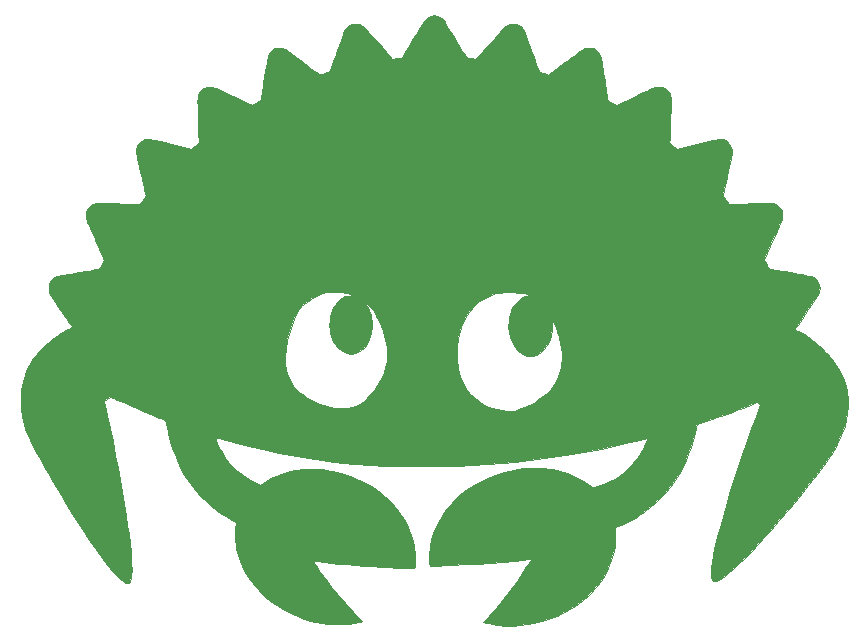
<source format=gbr>
%TF.GenerationSoftware,KiCad,Pcbnew,7.0.10*%
%TF.CreationDate,2024-01-13T02:21:11+01:00*%
%TF.ProjectId,ferris,66657272-6973-42e6-9b69-6361645f7063,rev?*%
%TF.SameCoordinates,Original*%
%TF.FileFunction,Copper,L2,Bot*%
%TF.FilePolarity,Positive*%
%FSLAX46Y46*%
G04 Gerber Fmt 4.6, Leading zero omitted, Abs format (unit mm)*
G04 Created by KiCad (PCBNEW 7.0.10) date 2024-01-13 02:21:11*
%MOMM*%
%LPD*%
G01*
G04 APERTURE LIST*
%TA.AperFunction,EtchedComponent*%
%ADD10C,0.010000*%
%TD*%
G04 APERTURE END LIST*
%TO.C,Ref\u002A\u002A*%
D10*
X121720325Y-50539831D02*
X121568221Y-50770701D01*
X121382313Y-51047269D01*
X121159552Y-51374197D01*
X120896886Y-51756145D01*
X120591264Y-52197776D01*
X120239636Y-52703751D01*
X119968473Y-53093335D01*
X120095135Y-53158834D01*
X120098908Y-53160771D01*
X120205341Y-53205729D01*
X120286099Y-53224334D01*
X120344702Y-53240724D01*
X120467612Y-53299666D01*
X120635606Y-53394057D01*
X120835892Y-53516060D01*
X121055682Y-53657844D01*
X121282185Y-53811574D01*
X121502611Y-53969417D01*
X121707445Y-54129963D01*
X121995346Y-54379055D01*
X122298375Y-54662775D01*
X122599793Y-54964264D01*
X122882859Y-55266665D01*
X122927973Y-55318778D01*
X123130834Y-55553117D01*
X123326979Y-55806764D01*
X123674708Y-56354309D01*
X123981297Y-56961412D01*
X124226742Y-57591401D01*
X124400859Y-58221381D01*
X124408324Y-58257545D01*
X124448574Y-58537240D01*
X124473790Y-58874295D01*
X124484160Y-59246216D01*
X124479868Y-59630508D01*
X124461101Y-60004677D01*
X124428046Y-60346228D01*
X124380888Y-60632667D01*
X124216069Y-61268673D01*
X123943298Y-62040167D01*
X123591341Y-62812834D01*
X123500511Y-62988582D01*
X123388536Y-63194511D01*
X123269892Y-63399238D01*
X123139851Y-63609406D01*
X122993684Y-63831662D01*
X122826664Y-64072652D01*
X122634064Y-64339021D01*
X122411156Y-64637416D01*
X122153211Y-64974482D01*
X121855503Y-65356866D01*
X121513303Y-65791212D01*
X121121884Y-66284167D01*
X120589359Y-66948198D01*
X119913449Y-67777002D01*
X119254318Y-68569486D01*
X118614386Y-69323092D01*
X117996071Y-70035259D01*
X117401793Y-70703428D01*
X116833968Y-71325039D01*
X116295016Y-71897534D01*
X115787355Y-72418351D01*
X115313403Y-72884933D01*
X114875580Y-73294719D01*
X114476303Y-73645149D01*
X114117991Y-73933665D01*
X113803062Y-74157707D01*
X113533936Y-74314715D01*
X113511721Y-74325697D01*
X113334155Y-74399716D01*
X113203179Y-74419341D01*
X113101648Y-74383842D01*
X113012414Y-74292487D01*
X112999920Y-74275115D01*
X112965946Y-74214997D01*
X112944107Y-74140815D01*
X112932056Y-74034929D01*
X112927445Y-73879700D01*
X112927927Y-73657487D01*
X112944568Y-73289593D01*
X112993913Y-72831044D01*
X113076408Y-72306628D01*
X113192649Y-71712592D01*
X113343233Y-71045186D01*
X113427098Y-70700248D01*
X113640984Y-69870700D01*
X113886652Y-68977684D01*
X114161199Y-68030334D01*
X114461724Y-67037781D01*
X114785325Y-66009158D01*
X115129101Y-64953598D01*
X115490149Y-63880233D01*
X115865568Y-62798195D01*
X116252457Y-61716617D01*
X116647912Y-60644631D01*
X117079682Y-59492428D01*
X116963670Y-59381282D01*
X116847658Y-59270135D01*
X116028579Y-59588201D01*
X115592271Y-59755946D01*
X115065833Y-59953155D01*
X114541242Y-60143319D01*
X113997638Y-60333850D01*
X113414160Y-60532155D01*
X112769946Y-60745646D01*
X111685059Y-61101504D01*
X111634952Y-61364502D01*
X111516864Y-61900997D01*
X111360625Y-62481432D01*
X111176719Y-63070584D01*
X110974830Y-63637454D01*
X110764637Y-64151042D01*
X110623584Y-64457713D01*
X110173045Y-65308352D01*
X109660790Y-66102424D01*
X109087976Y-66838531D01*
X108455754Y-67515278D01*
X107765281Y-68131267D01*
X107017710Y-68685102D01*
X106916748Y-68751610D01*
X106622208Y-68933662D01*
X106293219Y-69123253D01*
X105950618Y-69309272D01*
X105615241Y-69480605D01*
X105307923Y-69626142D01*
X105049500Y-69734770D01*
X104795500Y-69831512D01*
X104795500Y-70619006D01*
X104794347Y-70887720D01*
X104789253Y-71133404D01*
X104778591Y-71332018D01*
X104760751Y-71503612D01*
X104734127Y-71668236D01*
X104697110Y-71845941D01*
X104569659Y-72332587D01*
X104313521Y-73039850D01*
X103978891Y-73719541D01*
X103564546Y-74374029D01*
X103069265Y-75005686D01*
X102651658Y-75453296D01*
X102041281Y-76003669D01*
X101373823Y-76501011D01*
X100657158Y-76941482D01*
X99899159Y-77321239D01*
X99107698Y-77636443D01*
X98290650Y-77883251D01*
X97455889Y-78057822D01*
X96611286Y-78156316D01*
X96253641Y-78173545D01*
X95513802Y-78164696D01*
X94772429Y-78099903D01*
X94064000Y-77981531D01*
X93956392Y-77958291D01*
X93801424Y-77923148D01*
X93691910Y-77896110D01*
X93646588Y-77881662D01*
X93662098Y-77856204D01*
X93726367Y-77777531D01*
X93831916Y-77655933D01*
X93969819Y-77501664D01*
X94131153Y-77324977D01*
X94806974Y-76563489D01*
X95719650Y-75439092D01*
X96576832Y-74267403D01*
X97364697Y-73066626D01*
X97401672Y-73006454D01*
X97505920Y-72831400D01*
X97587038Y-72686961D01*
X97637588Y-72586742D01*
X97650132Y-72544354D01*
X97648817Y-72543589D01*
X97593066Y-72541672D01*
X97467898Y-72548268D01*
X97286568Y-72562362D01*
X97062334Y-72582935D01*
X96808451Y-72608970D01*
X96274296Y-72664223D01*
X95255885Y-72758951D01*
X94192975Y-72845267D01*
X93111324Y-72921283D01*
X92036690Y-72985113D01*
X90994834Y-73034868D01*
X90818393Y-73042172D01*
X90498582Y-73055415D01*
X90191369Y-73068140D01*
X89914753Y-73079602D01*
X89686733Y-73089056D01*
X89525308Y-73095755D01*
X89498276Y-73096870D01*
X89317712Y-73102903D01*
X89202873Y-73101224D01*
X89136965Y-73089008D01*
X89103197Y-73063431D01*
X89084774Y-73021669D01*
X89080955Y-73004448D01*
X89071230Y-72905089D01*
X89063746Y-72745357D01*
X89059181Y-72543225D01*
X89058212Y-72316667D01*
X89058669Y-72263997D01*
X89109021Y-71551118D01*
X89241789Y-70854844D01*
X89457313Y-70174082D01*
X89755933Y-69507741D01*
X90137990Y-68854728D01*
X90425036Y-68443641D01*
X90945989Y-67811199D01*
X91527849Y-67234172D01*
X92172913Y-66710578D01*
X92883476Y-66238438D01*
X93661834Y-65815771D01*
X93836191Y-65732042D01*
X94627544Y-65397694D01*
X95415157Y-65142356D01*
X96211377Y-64963116D01*
X97028552Y-64857063D01*
X97879030Y-64821285D01*
X98037483Y-64821575D01*
X98448739Y-64829852D01*
X98810744Y-64851213D01*
X99149407Y-64888254D01*
X99490636Y-64943569D01*
X99860339Y-65019754D01*
X100039408Y-65061884D01*
X100743838Y-65272445D01*
X101410230Y-65544140D01*
X102027630Y-65872020D01*
X102585087Y-66251134D01*
X102730356Y-66353218D01*
X102853224Y-66420474D01*
X102932058Y-66440341D01*
X103059167Y-66413519D01*
X103254329Y-66358385D01*
X103488076Y-66283281D01*
X103739960Y-66195366D01*
X103989537Y-66101800D01*
X104216360Y-66009742D01*
X104399986Y-65926349D01*
X104760416Y-65734593D01*
X105345381Y-65354264D01*
X105870188Y-64916520D01*
X106338070Y-64418145D01*
X106752261Y-63855924D01*
X107115995Y-63226645D01*
X107212395Y-63034119D01*
X107316937Y-62815464D01*
X107405316Y-62620010D01*
X107471882Y-62460774D01*
X107510983Y-62350774D01*
X107516969Y-62303027D01*
X107508608Y-62302851D01*
X107436530Y-62315426D01*
X107303181Y-62343926D01*
X107123435Y-62385088D01*
X106912167Y-62435653D01*
X106019149Y-62648524D01*
X103593718Y-63175374D01*
X101180121Y-63623533D01*
X98768226Y-63994459D01*
X96347900Y-64289605D01*
X93909011Y-64510429D01*
X91441426Y-64658386D01*
X91285904Y-64664587D01*
X90920439Y-64674844D01*
X90491134Y-64682363D01*
X90009412Y-64687246D01*
X89486696Y-64689595D01*
X88934408Y-64689514D01*
X88363972Y-64687104D01*
X87786809Y-64682468D01*
X87214342Y-64675708D01*
X86657994Y-64666927D01*
X86129188Y-64656227D01*
X85639346Y-64643712D01*
X85199892Y-64629482D01*
X84822247Y-64613640D01*
X84517834Y-64596290D01*
X84314359Y-64582127D01*
X82616091Y-64444382D01*
X80983479Y-64275384D01*
X79404069Y-64073058D01*
X77865405Y-63835330D01*
X76355031Y-63560122D01*
X74860493Y-63245362D01*
X73369335Y-62888972D01*
X71869101Y-62488878D01*
X71728625Y-62449822D01*
X71476170Y-62381184D01*
X71258035Y-62323895D01*
X71085991Y-62280938D01*
X70971808Y-62255301D01*
X70927254Y-62249968D01*
X70928823Y-62288769D01*
X70961604Y-62393047D01*
X71022433Y-62548517D01*
X71105868Y-62742096D01*
X71206468Y-62960700D01*
X71318788Y-63191245D01*
X71388052Y-63325400D01*
X71761884Y-63940312D01*
X72199773Y-64501658D01*
X72697543Y-65005587D01*
X73251019Y-65448246D01*
X73856026Y-65825782D01*
X74508388Y-66134343D01*
X74743609Y-66229453D01*
X75112067Y-65989279D01*
X75657129Y-65674881D01*
X76301840Y-65390000D01*
X76989912Y-65167396D01*
X77712506Y-65008549D01*
X78460784Y-64914943D01*
X79225907Y-64888059D01*
X79999037Y-64929379D01*
X80771334Y-65040385D01*
X80792650Y-65044467D01*
X81602328Y-65236947D01*
X82383294Y-65494696D01*
X83131005Y-65813557D01*
X83840913Y-66189373D01*
X84508474Y-66617988D01*
X85129142Y-67095244D01*
X85698372Y-67616986D01*
X86211617Y-68179055D01*
X86664334Y-68777295D01*
X87051975Y-69407550D01*
X87369997Y-70065663D01*
X87613852Y-70747476D01*
X87778996Y-71448834D01*
X87806987Y-71648794D01*
X87830872Y-71909018D01*
X87847297Y-72192653D01*
X87855659Y-72478211D01*
X87855353Y-72744209D01*
X87845774Y-72969162D01*
X87826319Y-73131584D01*
X87794831Y-73290334D01*
X87383999Y-73290083D01*
X87350936Y-73290034D01*
X86840733Y-73283267D01*
X86261168Y-73265846D01*
X85625777Y-73238759D01*
X84948094Y-73202995D01*
X84241655Y-73159543D01*
X83519994Y-73109393D01*
X82796647Y-73053535D01*
X82085148Y-72992956D01*
X81399032Y-72928647D01*
X80751834Y-72861597D01*
X80157090Y-72792795D01*
X79628334Y-72723231D01*
X79522752Y-72708600D01*
X79367957Y-72688558D01*
X79259528Y-72676391D01*
X79216164Y-72674317D01*
X79215747Y-72675693D01*
X79239249Y-72722097D01*
X79304092Y-72825061D01*
X79402974Y-72974034D01*
X79528592Y-73158467D01*
X79673643Y-73367807D01*
X79830825Y-73591506D01*
X79992834Y-73819011D01*
X80152369Y-74039774D01*
X80302126Y-74243242D01*
X80853121Y-74964151D01*
X81503320Y-75763209D01*
X82165897Y-76520112D01*
X82859179Y-77256460D01*
X83403368Y-77814753D01*
X83240934Y-77858206D01*
X83067622Y-77899351D01*
X82687560Y-77964562D01*
X82255541Y-78012863D01*
X81791975Y-78043514D01*
X81317276Y-78055773D01*
X80851855Y-78048899D01*
X80416126Y-78022150D01*
X80030500Y-77974786D01*
X79304928Y-77829338D01*
X78484162Y-77597566D01*
X77698978Y-77302982D01*
X76953538Y-76949163D01*
X76252001Y-76539685D01*
X75598529Y-76078126D01*
X74997283Y-75568062D01*
X74452422Y-75013071D01*
X73968108Y-74416730D01*
X73548501Y-73782616D01*
X73197762Y-73114305D01*
X72920052Y-72415376D01*
X72719531Y-71689404D01*
X72691784Y-71533631D01*
X72659205Y-71253296D01*
X72636194Y-70929085D01*
X72623513Y-70584865D01*
X72621925Y-70244505D01*
X72632190Y-69931872D01*
X72655073Y-69670834D01*
X72687979Y-69416834D01*
X72257844Y-69185840D01*
X72068258Y-69081429D01*
X71318233Y-68612193D01*
X70616305Y-68077591D01*
X69952969Y-67470550D01*
X69938018Y-67455609D01*
X69336092Y-66803441D01*
X68803065Y-66118385D01*
X68328866Y-65386298D01*
X67903420Y-64593039D01*
X67601872Y-63933928D01*
X67283009Y-63105659D01*
X67025479Y-62258172D01*
X66820311Y-61364725D01*
X66702032Y-60763284D01*
X66360099Y-60627329D01*
X66207097Y-60566043D01*
X65817875Y-60407029D01*
X65392115Y-60229493D01*
X64949042Y-60041680D01*
X64507881Y-59851834D01*
X64087854Y-59668203D01*
X63708186Y-59499031D01*
X63388101Y-59352564D01*
X63133528Y-59236930D01*
X62880326Y-59127526D01*
X62649394Y-59033068D01*
X62458697Y-58960900D01*
X62326199Y-58918369D01*
X62031697Y-58841985D01*
X61777217Y-59014799D01*
X61522737Y-59187612D01*
X61769659Y-60322890D01*
X62000414Y-61398489D01*
X62244864Y-62573002D01*
X62474074Y-63712612D01*
X62687534Y-64813980D01*
X62884733Y-65873767D01*
X63065160Y-66888634D01*
X63228305Y-67855240D01*
X63373659Y-68770247D01*
X63500709Y-69630316D01*
X63608946Y-70432106D01*
X63697860Y-71172279D01*
X63766939Y-71847496D01*
X63815673Y-72454416D01*
X63843553Y-72989701D01*
X63850067Y-73450012D01*
X63834705Y-73832008D01*
X63829783Y-73892029D01*
X63797689Y-74160906D01*
X63752310Y-74356418D01*
X63689577Y-74487711D01*
X63605425Y-74563930D01*
X63495787Y-74594219D01*
X63431022Y-74595156D01*
X63339347Y-74573916D01*
X63231855Y-74516420D01*
X63085147Y-74412301D01*
X62871731Y-74234077D01*
X62592038Y-73959765D01*
X62278883Y-73615042D01*
X61934328Y-73202907D01*
X61560438Y-72726357D01*
X61159274Y-72188392D01*
X60732901Y-71592009D01*
X60283380Y-70940206D01*
X59812775Y-70235981D01*
X59323149Y-69482332D01*
X58816565Y-68682258D01*
X58295086Y-67838756D01*
X57760775Y-66954825D01*
X57215695Y-66033462D01*
X56661909Y-65077667D01*
X56476206Y-64752736D01*
X56155012Y-64183513D01*
X55874137Y-63673667D01*
X55630211Y-63215294D01*
X55419867Y-62800488D01*
X55239735Y-62421341D01*
X55086448Y-62069949D01*
X54956636Y-61738404D01*
X54846931Y-61418801D01*
X54753964Y-61103234D01*
X54674367Y-60783795D01*
X54604772Y-60452580D01*
X54541809Y-60101682D01*
X54532143Y-60040074D01*
X54496355Y-59715148D01*
X54475443Y-59344719D01*
X54469420Y-58954554D01*
X54478296Y-58570423D01*
X54502085Y-58218093D01*
X54540797Y-57923334D01*
X54618671Y-57565501D01*
X54795428Y-56991239D01*
X55029434Y-56423017D01*
X55309938Y-55885788D01*
X55626188Y-55404500D01*
X55686536Y-55327691D01*
X76858065Y-55327691D01*
X76872848Y-55945979D01*
X76958144Y-56521529D01*
X77113960Y-57053322D01*
X77340305Y-57540338D01*
X77637186Y-57981555D01*
X77766426Y-58133801D01*
X77919579Y-58284604D01*
X78102490Y-58432398D01*
X78338227Y-58597451D01*
X78662174Y-58803215D01*
X79249817Y-59125504D01*
X79845032Y-59390215D01*
X80433056Y-59591109D01*
X80999129Y-59721948D01*
X81539499Y-59777577D01*
X82053545Y-59754996D01*
X82536926Y-59653697D01*
X82989152Y-59473827D01*
X83409729Y-59215536D01*
X83798167Y-58878971D01*
X84078180Y-58585211D01*
X84452852Y-58143251D01*
X84759420Y-57709395D01*
X85005135Y-57271716D01*
X85197244Y-56818287D01*
X85342996Y-56337181D01*
X85441909Y-55805120D01*
X85479671Y-55186847D01*
X85473444Y-55079433D01*
X91416014Y-55079433D01*
X91417962Y-55186847D01*
X91423078Y-55469035D01*
X91442407Y-55838766D01*
X91473800Y-56167296D01*
X91517057Y-56433297D01*
X91678904Y-57038498D01*
X91898430Y-57598663D01*
X92173796Y-58097457D01*
X92507321Y-58537925D01*
X92901320Y-58923113D01*
X93358111Y-59256067D01*
X93880011Y-59539834D01*
X94067243Y-59619601D01*
X94410895Y-59738992D01*
X94793807Y-59846040D01*
X95188334Y-59933313D01*
X95566834Y-59993377D01*
X95596138Y-59996954D01*
X95786656Y-60019728D01*
X95922879Y-60031104D01*
X96031357Y-60028801D01*
X96138641Y-60010537D01*
X96271283Y-59974032D01*
X96455834Y-59917004D01*
X96633151Y-59859817D01*
X97303392Y-59600266D01*
X97913187Y-59291945D01*
X98460015Y-58937147D01*
X98941356Y-58538165D01*
X99354690Y-58097290D01*
X99697496Y-57616815D01*
X99967255Y-57099033D01*
X100161447Y-56546235D01*
X100210077Y-56315956D01*
X100249711Y-56009080D01*
X100274485Y-55668081D01*
X100283196Y-55318778D01*
X100274639Y-54986992D01*
X100247611Y-54698541D01*
X100239149Y-54641541D01*
X100159076Y-54223536D01*
X100045333Y-53770479D01*
X99906821Y-53314896D01*
X99752444Y-52889316D01*
X99696523Y-52751152D01*
X99612983Y-52552519D01*
X99538292Y-52383628D01*
X99477114Y-52254192D01*
X99434115Y-52173927D01*
X99413959Y-52152547D01*
X99421313Y-52199768D01*
X99437856Y-52296290D01*
X99449523Y-52482776D01*
X99449908Y-52713190D01*
X99440020Y-52964730D01*
X99420862Y-53214590D01*
X99393441Y-53439967D01*
X99358763Y-53618054D01*
X99304502Y-53800328D01*
X99160308Y-54150747D01*
X98975763Y-54475531D01*
X98761234Y-54759923D01*
X98527086Y-54989167D01*
X98283684Y-55148508D01*
X98106976Y-55224215D01*
X97764512Y-55309373D01*
X97430003Y-55310583D01*
X97105509Y-55228230D01*
X96793085Y-55062698D01*
X96494790Y-54814371D01*
X96275940Y-54558628D01*
X96053494Y-54186686D01*
X95890936Y-53764545D01*
X95791228Y-53300289D01*
X95757334Y-52802003D01*
X95766870Y-52452744D01*
X95800581Y-52137042D01*
X95862782Y-51852648D01*
X95957749Y-51573334D01*
X96084290Y-51296461D01*
X96299801Y-50952925D01*
X96553027Y-50667948D01*
X96836776Y-50447938D01*
X96856256Y-50438509D01*
X98402047Y-50438509D01*
X98402419Y-50457576D01*
X98454258Y-50491112D01*
X98462289Y-50494125D01*
X98504708Y-50503008D01*
X98477956Y-50467414D01*
X98446830Y-50443258D01*
X98402047Y-50438509D01*
X96856256Y-50438509D01*
X97143855Y-50299303D01*
X97467073Y-50228452D01*
X97544319Y-50220540D01*
X97626430Y-50206547D01*
X97649918Y-50189215D01*
X97609831Y-50166273D01*
X97501217Y-50135450D01*
X97319126Y-50094475D01*
X97058604Y-50041075D01*
X96907746Y-50014157D01*
X96544317Y-49969763D01*
X96151161Y-49944821D01*
X95750700Y-49939343D01*
X95365358Y-49953343D01*
X95017557Y-49986831D01*
X94729721Y-50039820D01*
X94256974Y-50184954D01*
X93741219Y-50416971D01*
X93275267Y-50715061D01*
X92854432Y-51081831D01*
X92756331Y-51184261D01*
X92404289Y-51621786D01*
X92095754Y-52120250D01*
X91836884Y-52667107D01*
X91633837Y-53249815D01*
X91492771Y-53855829D01*
X91470423Y-54004698D01*
X91439485Y-54325935D01*
X91421416Y-54691290D01*
X91416014Y-55079433D01*
X85473444Y-55079433D01*
X85442598Y-54547343D01*
X85331934Y-53893732D01*
X85148924Y-53233139D01*
X84894816Y-52572687D01*
X84570852Y-51919501D01*
X84567277Y-51913051D01*
X84426132Y-51668101D01*
X84300923Y-51477613D01*
X84173689Y-51319160D01*
X84026468Y-51170317D01*
X83841297Y-51008658D01*
X83630426Y-50832500D01*
X83727874Y-50980667D01*
X83733296Y-50988969D01*
X83867661Y-51227923D01*
X83996076Y-51514174D01*
X84102657Y-51812469D01*
X84118056Y-51866155D01*
X84147271Y-52006509D01*
X84166093Y-52175528D01*
X84176174Y-52391823D01*
X84179167Y-52674000D01*
X84179055Y-52749094D01*
X84175927Y-52991371D01*
X84166775Y-53176411D01*
X84149289Y-53325937D01*
X84121158Y-53461671D01*
X84080070Y-53605334D01*
X83984886Y-53870728D01*
X83798569Y-54247496D01*
X83574304Y-54564621D01*
X83317610Y-54817956D01*
X83034009Y-55003352D01*
X82729019Y-55116663D01*
X82408162Y-55153740D01*
X82076956Y-55110435D01*
X81877708Y-55044284D01*
X81568194Y-54872879D01*
X81290911Y-54630437D01*
X81051523Y-54323453D01*
X80855693Y-53958420D01*
X80709084Y-53541834D01*
X80675200Y-53395468D01*
X80628926Y-53063776D01*
X80610783Y-52703772D01*
X80621827Y-52350013D01*
X80663113Y-52037060D01*
X80757035Y-51679704D01*
X80916127Y-51291025D01*
X81120348Y-50951388D01*
X81363635Y-50667657D01*
X81639929Y-50446695D01*
X81943168Y-50295365D01*
X82267291Y-50220530D01*
X82528167Y-50193624D01*
X82104834Y-50049043D01*
X81989796Y-50010171D01*
X81850439Y-49966709D01*
X81728280Y-49937124D01*
X81602946Y-49918728D01*
X81454064Y-49908833D01*
X81261262Y-49904749D01*
X81004167Y-49903789D01*
X80907680Y-49903774D01*
X80671357Y-49905388D01*
X80493935Y-49911220D01*
X80356160Y-49923496D01*
X80238776Y-49944441D01*
X80122530Y-49976283D01*
X79988167Y-50021245D01*
X79608305Y-50172327D01*
X79125134Y-50428334D01*
X78669436Y-50750316D01*
X78226610Y-51147610D01*
X78112903Y-51262338D01*
X78007832Y-51378104D01*
X77925876Y-51488278D01*
X77853534Y-51613965D01*
X77777305Y-51776271D01*
X77683686Y-51996302D01*
X77503900Y-52447575D01*
X77236712Y-53226609D01*
X77040004Y-53966986D01*
X76913786Y-54667687D01*
X76858065Y-55327691D01*
X55686536Y-55327691D01*
X55818890Y-55159234D01*
X56260167Y-54675459D01*
X56762796Y-54211556D01*
X57311236Y-53780244D01*
X57889942Y-53394242D01*
X58483373Y-53066270D01*
X58536076Y-53039770D01*
X58671021Y-52967491D01*
X58765040Y-52910428D01*
X58800334Y-52879092D01*
X58799727Y-52877109D01*
X58769212Y-52826343D01*
X58696409Y-52715088D01*
X58586575Y-52551106D01*
X58444965Y-52342157D01*
X58276837Y-52096003D01*
X58087445Y-51820405D01*
X57882046Y-51523125D01*
X57635743Y-51165035D01*
X57389230Y-50799817D01*
X57189620Y-50495530D01*
X57037967Y-50253815D01*
X56935322Y-50076313D01*
X56882739Y-49964667D01*
X56857001Y-49879458D01*
X56823088Y-49598731D01*
X56860400Y-49324589D01*
X56961904Y-49071036D01*
X57120564Y-48852076D01*
X57329349Y-48681713D01*
X57581224Y-48573952D01*
X57592115Y-48571257D01*
X57690434Y-48550857D01*
X57859822Y-48518804D01*
X58090031Y-48476924D01*
X58370817Y-48427039D01*
X58691932Y-48370975D01*
X59043131Y-48310556D01*
X59414167Y-48247606D01*
X59522666Y-48229273D01*
X59879247Y-48168250D01*
X60206755Y-48111044D01*
X60496113Y-48059318D01*
X60738245Y-48014735D01*
X60924072Y-47978958D01*
X61044518Y-47953650D01*
X61090505Y-47940474D01*
X61103761Y-47920522D01*
X61152177Y-47837356D01*
X61224425Y-47707682D01*
X61310471Y-47549341D01*
X61505098Y-47187183D01*
X60794201Y-45559675D01*
X60724806Y-45400609D01*
X60573904Y-45053357D01*
X60433687Y-44728869D01*
X60308048Y-44436272D01*
X60200884Y-44184691D01*
X60116088Y-43983250D01*
X60057555Y-43841076D01*
X60029181Y-43767292D01*
X59986248Y-43536886D01*
X60002403Y-43263779D01*
X60079850Y-42996812D01*
X60211714Y-42758692D01*
X60391116Y-42572127D01*
X60402295Y-42563652D01*
X60481013Y-42508460D01*
X60561642Y-42464135D01*
X60653366Y-42429936D01*
X60765368Y-42405123D01*
X60906832Y-42388954D01*
X61086941Y-42380688D01*
X61314879Y-42379584D01*
X61599830Y-42384901D01*
X61950976Y-42395899D01*
X62377500Y-42411834D01*
X62589079Y-42419905D01*
X62943974Y-42432788D01*
X63280378Y-42444222D01*
X63585070Y-42453800D01*
X63844830Y-42461114D01*
X64046435Y-42465757D01*
X64176667Y-42467321D01*
X64536500Y-42466874D01*
X64790500Y-42134166D01*
X64858872Y-42042048D01*
X64952453Y-41905720D01*
X65014915Y-41800933D01*
X65035378Y-41744979D01*
X65032479Y-41730590D01*
X65013384Y-41643270D01*
X64978412Y-41486487D01*
X64929583Y-41269193D01*
X64868915Y-41000344D01*
X64798427Y-40688892D01*
X64720139Y-40343793D01*
X64636068Y-39974000D01*
X64582126Y-39736183D01*
X64484491Y-39299303D01*
X64405428Y-38933009D01*
X64343866Y-38629437D01*
X64298735Y-38380727D01*
X64268967Y-38179015D01*
X64253491Y-38016439D01*
X64251238Y-37885137D01*
X64261138Y-37777247D01*
X64282121Y-37684907D01*
X64313119Y-37600255D01*
X64339739Y-37542641D01*
X64501040Y-37304912D01*
X64714118Y-37123937D01*
X64965707Y-37008738D01*
X65242539Y-36968334D01*
X65251881Y-36968488D01*
X65377587Y-36982603D01*
X65583334Y-37019424D01*
X65867836Y-37078674D01*
X66229806Y-37160073D01*
X66667957Y-37263343D01*
X67181003Y-37388204D01*
X68884660Y-37808075D01*
X69218440Y-37525787D01*
X69552219Y-37243500D01*
X69532389Y-36989500D01*
X69531905Y-36983020D01*
X69525933Y-36875508D01*
X69517992Y-36695586D01*
X69508489Y-36454342D01*
X69497830Y-36162864D01*
X69486422Y-35832240D01*
X69474673Y-35473557D01*
X69462989Y-35097903D01*
X69456441Y-34880405D01*
X69444656Y-34465982D01*
X69436971Y-34123600D01*
X69434334Y-33844647D01*
X69437691Y-33620509D01*
X69447987Y-33442572D01*
X69466169Y-33302223D01*
X69493183Y-33190847D01*
X69529974Y-33099832D01*
X69577489Y-33020564D01*
X69636675Y-32944429D01*
X69708476Y-32862813D01*
X69794265Y-32774851D01*
X70007452Y-32620466D01*
X70243473Y-32541370D01*
X70518493Y-32530939D01*
X70562520Y-32535370D01*
X70637189Y-32548877D01*
X70726193Y-32573305D01*
X70837259Y-32611913D01*
X70978118Y-32667955D01*
X71156497Y-32744690D01*
X71380127Y-32845374D01*
X71656736Y-32973263D01*
X71994052Y-33131615D01*
X72399805Y-33323686D01*
X74032371Y-34098441D01*
X74395613Y-33900438D01*
X74492977Y-33846673D01*
X74633742Y-33766117D01*
X74734003Y-33705042D01*
X74776658Y-33673629D01*
X74781299Y-33654850D01*
X74798455Y-33561816D01*
X74826200Y-33399105D01*
X74863113Y-33175444D01*
X74907776Y-32899560D01*
X74958768Y-32580178D01*
X75014668Y-32226025D01*
X75074058Y-31845828D01*
X75106735Y-31637187D01*
X75167119Y-31259832D01*
X75225032Y-30908033D01*
X75278782Y-30591485D01*
X75326679Y-30319881D01*
X75367032Y-30102915D01*
X75398151Y-29950283D01*
X75418344Y-29871678D01*
X75449705Y-29800162D01*
X75582537Y-29602868D01*
X75762484Y-29427467D01*
X75963079Y-29301654D01*
X76054268Y-29267084D01*
X76305021Y-29223848D01*
X76563522Y-29240594D01*
X76795409Y-29316700D01*
X76808213Y-29323753D01*
X76898691Y-29381938D01*
X77045970Y-29483653D01*
X77241558Y-29622765D01*
X77476963Y-29793139D01*
X77743694Y-29988641D01*
X78033259Y-30203136D01*
X78337167Y-30430490D01*
X78434764Y-30503841D01*
X78726911Y-30723156D01*
X78996611Y-30925245D01*
X79236332Y-31104490D01*
X79438544Y-31255273D01*
X79595716Y-31371975D01*
X79700318Y-31448978D01*
X79744819Y-31480664D01*
X79806517Y-31482694D01*
X79925278Y-31461829D01*
X80078520Y-31424474D01*
X80243744Y-31377084D01*
X80398451Y-31326113D01*
X80520141Y-31278017D01*
X80586316Y-31239249D01*
X80598509Y-31216567D01*
X80638781Y-31120863D01*
X80702118Y-30959114D01*
X80785369Y-30739734D01*
X80885387Y-30471136D01*
X80999021Y-30161733D01*
X81123122Y-29819939D01*
X81254540Y-29454167D01*
X81314519Y-29286801D01*
X81490919Y-28800569D01*
X81641802Y-28394716D01*
X81767259Y-28069004D01*
X81867385Y-27823195D01*
X81942272Y-27657051D01*
X81992014Y-27570334D01*
X82071151Y-27483116D01*
X82290667Y-27324915D01*
X82549936Y-27227066D01*
X82830336Y-27195143D01*
X83113247Y-27234720D01*
X83118564Y-27236215D01*
X83179217Y-27256724D01*
X83241358Y-27286716D01*
X83310436Y-27331594D01*
X83391895Y-27396766D01*
X83491185Y-27487637D01*
X83613752Y-27609611D01*
X83765042Y-27768096D01*
X83950504Y-27968495D01*
X84175584Y-28216215D01*
X84445730Y-28516661D01*
X84766388Y-28875239D01*
X85912762Y-30159137D01*
X86315964Y-30130621D01*
X86535815Y-30109328D01*
X86692431Y-30079498D01*
X86766195Y-30042682D01*
X86776279Y-30027786D01*
X86826680Y-29946913D01*
X86913086Y-29804963D01*
X87030735Y-29609870D01*
X87174862Y-29369566D01*
X87340703Y-29091986D01*
X87523496Y-28785064D01*
X87718475Y-28456732D01*
X87806217Y-28309161D01*
X88001073Y-27984205D01*
X88184742Y-27681582D01*
X88351958Y-27409747D01*
X88497452Y-27177155D01*
X88615960Y-26992260D01*
X88702214Y-26863515D01*
X88750947Y-26799376D01*
X88962892Y-26637355D01*
X89211004Y-26540104D01*
X89475949Y-26509292D01*
X89740180Y-26544745D01*
X89986152Y-26646288D01*
X90196317Y-26813747D01*
X90212521Y-26833560D01*
X90278907Y-26928750D01*
X90380405Y-27084902D01*
X90511710Y-27293457D01*
X90667519Y-27545854D01*
X90842529Y-27833534D01*
X91031436Y-28147936D01*
X91228937Y-28480500D01*
X91323503Y-28640501D01*
X91512225Y-28958793D01*
X91686530Y-29251436D01*
X91841670Y-29510539D01*
X91972897Y-29728213D01*
X92075463Y-29896567D01*
X92144620Y-30007711D01*
X92175620Y-30053754D01*
X92198960Y-30066511D01*
X92296145Y-30091181D01*
X92445156Y-30113894D01*
X92624667Y-30130981D01*
X93026834Y-30158955D01*
X94229247Y-28811727D01*
X94364098Y-28660941D01*
X94617758Y-28378983D01*
X94854844Y-28117580D01*
X95068765Y-27883871D01*
X95252932Y-27684999D01*
X95400753Y-27528102D01*
X95505638Y-27420323D01*
X95560997Y-27368801D01*
X95671580Y-27299405D01*
X95916312Y-27212384D01*
X96176593Y-27192319D01*
X96435288Y-27235304D01*
X96675261Y-27337438D01*
X96879376Y-27494817D01*
X97030499Y-27703537D01*
X97040587Y-27725265D01*
X97083964Y-27831126D01*
X97150691Y-28003506D01*
X97237244Y-28232943D01*
X97340102Y-28509974D01*
X97455740Y-28825136D01*
X97580635Y-29168966D01*
X97711265Y-29532001D01*
X97772111Y-29701602D01*
X97897195Y-30048313D01*
X98012997Y-30366737D01*
X98116338Y-30648290D01*
X98204042Y-30884392D01*
X98272931Y-31066460D01*
X98319826Y-31185912D01*
X98341551Y-31234167D01*
X98360992Y-31248095D01*
X98449611Y-31289219D01*
X98588810Y-31342539D01*
X98758524Y-31400069D01*
X99138927Y-31521639D01*
X100565724Y-30451355D01*
X100708198Y-30344734D01*
X101013371Y-30118070D01*
X101299784Y-29907599D01*
X101559318Y-29719151D01*
X101783858Y-29558552D01*
X101965287Y-29431631D01*
X102095488Y-29344215D01*
X102166344Y-29302132D01*
X102272525Y-29264280D01*
X102499421Y-29227418D01*
X102734052Y-29233577D01*
X102936668Y-29283707D01*
X103049762Y-29339022D01*
X103271966Y-29502754D01*
X103443118Y-29709251D01*
X103546549Y-29940563D01*
X103553274Y-29972330D01*
X103573344Y-30083444D01*
X103603483Y-30259809D01*
X103641993Y-30490795D01*
X103687178Y-30765773D01*
X103737341Y-31074114D01*
X103790784Y-31405191D01*
X103845812Y-31748373D01*
X103900726Y-32093033D01*
X103953831Y-32428541D01*
X104003430Y-32744269D01*
X104047825Y-33029588D01*
X104085319Y-33273869D01*
X104114216Y-33466484D01*
X104132819Y-33596803D01*
X104139431Y-33654198D01*
X104159059Y-33674837D01*
X104240049Y-33729041D01*
X104369277Y-33804739D01*
X104531014Y-33892363D01*
X104922500Y-34097226D01*
X106531167Y-33327214D01*
X106833119Y-33182918D01*
X107183255Y-33016623D01*
X107471048Y-32881699D01*
X107704409Y-32774799D01*
X107891243Y-32692576D01*
X108039461Y-32631683D01*
X108156969Y-32588774D01*
X108251677Y-32560502D01*
X108331491Y-32543519D01*
X108404321Y-32534480D01*
X108504391Y-32529255D01*
X108772214Y-32558453D01*
X109002805Y-32658708D01*
X109209399Y-32834959D01*
X109227878Y-32855034D01*
X109303439Y-32939766D01*
X109365084Y-33019453D01*
X109413934Y-33103060D01*
X109451112Y-33199556D01*
X109477736Y-33317907D01*
X109494928Y-33467080D01*
X109503808Y-33656041D01*
X109505497Y-33893758D01*
X109501116Y-34189198D01*
X109491785Y-34551327D01*
X109478626Y-34989113D01*
X109467788Y-35333802D01*
X109455864Y-35696021D01*
X109444197Y-36034261D01*
X109433228Y-36336393D01*
X109423398Y-36590287D01*
X109415149Y-36783810D01*
X109408922Y-36904834D01*
X109387658Y-37243500D01*
X109719437Y-37524733D01*
X110051217Y-37805965D01*
X111756469Y-37387149D01*
X111952809Y-37339046D01*
X112388512Y-37233584D01*
X112753309Y-37147887D01*
X113055043Y-37080729D01*
X113301560Y-37030880D01*
X113500702Y-36997113D01*
X113660316Y-36978201D01*
X113788243Y-36972915D01*
X113892330Y-36980028D01*
X113980419Y-36998311D01*
X114060356Y-37026538D01*
X114273582Y-37151451D01*
X114470603Y-37352131D01*
X114615065Y-37604134D01*
X114696662Y-37893418D01*
X114696711Y-37893742D01*
X114700427Y-37947907D01*
X114697036Y-38023795D01*
X114685413Y-38126920D01*
X114664436Y-38262798D01*
X114632980Y-38436947D01*
X114589922Y-38654882D01*
X114534139Y-38922119D01*
X114464507Y-39244174D01*
X114379902Y-39626563D01*
X114279202Y-40074803D01*
X114161282Y-40594409D01*
X114025018Y-41190897D01*
X113886927Y-41793960D01*
X114146047Y-42131204D01*
X114405167Y-42468447D01*
X114786167Y-42467496D01*
X114840789Y-42467011D01*
X115012886Y-42463650D01*
X115249334Y-42457470D01*
X115536348Y-42448892D01*
X115860145Y-42438340D01*
X116206939Y-42426235D01*
X116562948Y-42413002D01*
X116971502Y-42397958D01*
X117307743Y-42387387D01*
X117578656Y-42381665D01*
X117793883Y-42381068D01*
X117963067Y-42385869D01*
X118095851Y-42396344D01*
X118201877Y-42412768D01*
X118290788Y-42435415D01*
X118372227Y-42464560D01*
X118507326Y-42544135D01*
X118665081Y-42691824D01*
X118800897Y-42873584D01*
X118892193Y-43063407D01*
X118918006Y-43144614D01*
X118942953Y-43242245D01*
X118956437Y-43339266D01*
X118956162Y-43443473D01*
X118939830Y-43562662D01*
X118905148Y-43704630D01*
X118849818Y-43877173D01*
X118771545Y-44088088D01*
X118668033Y-44345171D01*
X118536987Y-44656218D01*
X118376110Y-45029025D01*
X118183107Y-45471390D01*
X117435812Y-47179947D01*
X117629294Y-47566890D01*
X117687859Y-47683754D01*
X117758813Y-47824516D01*
X117808421Y-47921891D01*
X117828472Y-47959683D01*
X117833971Y-47960986D01*
X117902657Y-47973542D01*
X118042874Y-47997999D01*
X118245748Y-48032844D01*
X118502405Y-48076563D01*
X118803971Y-48127643D01*
X119141572Y-48184570D01*
X119506334Y-48245832D01*
X119605628Y-48262507D01*
X119974766Y-48325035D01*
X120321364Y-48384560D01*
X120635254Y-48439282D01*
X120906273Y-48487400D01*
X121124255Y-48527115D01*
X121279033Y-48556627D01*
X121360444Y-48574135D01*
X121595105Y-48671757D01*
X121807663Y-48838870D01*
X121971066Y-49056801D01*
X122077603Y-49311763D01*
X122119564Y-49589963D01*
X122089240Y-49877614D01*
X122080584Y-49907787D01*
X122051731Y-49980094D01*
X122004330Y-50074790D01*
X121935329Y-50196537D01*
X121841678Y-50349997D01*
X121743864Y-50503008D01*
X121720325Y-50539831D01*
%TA.AperFunction,EtchedComponent*%
G36*
X121720325Y-50539831D02*
G01*
X121568221Y-50770701D01*
X121382313Y-51047269D01*
X121159552Y-51374197D01*
X120896886Y-51756145D01*
X120591264Y-52197776D01*
X120239636Y-52703751D01*
X119968473Y-53093335D01*
X120095135Y-53158834D01*
X120098908Y-53160771D01*
X120205341Y-53205729D01*
X120286099Y-53224334D01*
X120344702Y-53240724D01*
X120467612Y-53299666D01*
X120635606Y-53394057D01*
X120835892Y-53516060D01*
X121055682Y-53657844D01*
X121282185Y-53811574D01*
X121502611Y-53969417D01*
X121707445Y-54129963D01*
X121995346Y-54379055D01*
X122298375Y-54662775D01*
X122599793Y-54964264D01*
X122882859Y-55266665D01*
X122927973Y-55318778D01*
X123130834Y-55553117D01*
X123326979Y-55806764D01*
X123674708Y-56354309D01*
X123981297Y-56961412D01*
X124226742Y-57591401D01*
X124400859Y-58221381D01*
X124408324Y-58257545D01*
X124448574Y-58537240D01*
X124473790Y-58874295D01*
X124484160Y-59246216D01*
X124479868Y-59630508D01*
X124461101Y-60004677D01*
X124428046Y-60346228D01*
X124380888Y-60632667D01*
X124216069Y-61268673D01*
X123943298Y-62040167D01*
X123591341Y-62812834D01*
X123500511Y-62988582D01*
X123388536Y-63194511D01*
X123269892Y-63399238D01*
X123139851Y-63609406D01*
X122993684Y-63831662D01*
X122826664Y-64072652D01*
X122634064Y-64339021D01*
X122411156Y-64637416D01*
X122153211Y-64974482D01*
X121855503Y-65356866D01*
X121513303Y-65791212D01*
X121121884Y-66284167D01*
X120589359Y-66948198D01*
X119913449Y-67777002D01*
X119254318Y-68569486D01*
X118614386Y-69323092D01*
X117996071Y-70035259D01*
X117401793Y-70703428D01*
X116833968Y-71325039D01*
X116295016Y-71897534D01*
X115787355Y-72418351D01*
X115313403Y-72884933D01*
X114875580Y-73294719D01*
X114476303Y-73645149D01*
X114117991Y-73933665D01*
X113803062Y-74157707D01*
X113533936Y-74314715D01*
X113511721Y-74325697D01*
X113334155Y-74399716D01*
X113203179Y-74419341D01*
X113101648Y-74383842D01*
X113012414Y-74292487D01*
X112999920Y-74275115D01*
X112965946Y-74214997D01*
X112944107Y-74140815D01*
X112932056Y-74034929D01*
X112927445Y-73879700D01*
X112927927Y-73657487D01*
X112944568Y-73289593D01*
X112993913Y-72831044D01*
X113076408Y-72306628D01*
X113192649Y-71712592D01*
X113343233Y-71045186D01*
X113427098Y-70700248D01*
X113640984Y-69870700D01*
X113886652Y-68977684D01*
X114161199Y-68030334D01*
X114461724Y-67037781D01*
X114785325Y-66009158D01*
X115129101Y-64953598D01*
X115490149Y-63880233D01*
X115865568Y-62798195D01*
X116252457Y-61716617D01*
X116647912Y-60644631D01*
X117079682Y-59492428D01*
X116963670Y-59381282D01*
X116847658Y-59270135D01*
X116028579Y-59588201D01*
X115592271Y-59755946D01*
X115065833Y-59953155D01*
X114541242Y-60143319D01*
X113997638Y-60333850D01*
X113414160Y-60532155D01*
X112769946Y-60745646D01*
X111685059Y-61101504D01*
X111634952Y-61364502D01*
X111516864Y-61900997D01*
X111360625Y-62481432D01*
X111176719Y-63070584D01*
X110974830Y-63637454D01*
X110764637Y-64151042D01*
X110623584Y-64457713D01*
X110173045Y-65308352D01*
X109660790Y-66102424D01*
X109087976Y-66838531D01*
X108455754Y-67515278D01*
X107765281Y-68131267D01*
X107017710Y-68685102D01*
X106916748Y-68751610D01*
X106622208Y-68933662D01*
X106293219Y-69123253D01*
X105950618Y-69309272D01*
X105615241Y-69480605D01*
X105307923Y-69626142D01*
X105049500Y-69734770D01*
X104795500Y-69831512D01*
X104795500Y-70619006D01*
X104794347Y-70887720D01*
X104789253Y-71133404D01*
X104778591Y-71332018D01*
X104760751Y-71503612D01*
X104734127Y-71668236D01*
X104697110Y-71845941D01*
X104569659Y-72332587D01*
X104313521Y-73039850D01*
X103978891Y-73719541D01*
X103564546Y-74374029D01*
X103069265Y-75005686D01*
X102651658Y-75453296D01*
X102041281Y-76003669D01*
X101373823Y-76501011D01*
X100657158Y-76941482D01*
X99899159Y-77321239D01*
X99107698Y-77636443D01*
X98290650Y-77883251D01*
X97455889Y-78057822D01*
X96611286Y-78156316D01*
X96253641Y-78173545D01*
X95513802Y-78164696D01*
X94772429Y-78099903D01*
X94064000Y-77981531D01*
X93956392Y-77958291D01*
X93801424Y-77923148D01*
X93691910Y-77896110D01*
X93646588Y-77881662D01*
X93662098Y-77856204D01*
X93726367Y-77777531D01*
X93831916Y-77655933D01*
X93969819Y-77501664D01*
X94131153Y-77324977D01*
X94806974Y-76563489D01*
X95719650Y-75439092D01*
X96576832Y-74267403D01*
X97364697Y-73066626D01*
X97401672Y-73006454D01*
X97505920Y-72831400D01*
X97587038Y-72686961D01*
X97637588Y-72586742D01*
X97650132Y-72544354D01*
X97648817Y-72543589D01*
X97593066Y-72541672D01*
X97467898Y-72548268D01*
X97286568Y-72562362D01*
X97062334Y-72582935D01*
X96808451Y-72608970D01*
X96274296Y-72664223D01*
X95255885Y-72758951D01*
X94192975Y-72845267D01*
X93111324Y-72921283D01*
X92036690Y-72985113D01*
X90994834Y-73034868D01*
X90818393Y-73042172D01*
X90498582Y-73055415D01*
X90191369Y-73068140D01*
X89914753Y-73079602D01*
X89686733Y-73089056D01*
X89525308Y-73095755D01*
X89498276Y-73096870D01*
X89317712Y-73102903D01*
X89202873Y-73101224D01*
X89136965Y-73089008D01*
X89103197Y-73063431D01*
X89084774Y-73021669D01*
X89080955Y-73004448D01*
X89071230Y-72905089D01*
X89063746Y-72745357D01*
X89059181Y-72543225D01*
X89058212Y-72316667D01*
X89058669Y-72263997D01*
X89109021Y-71551118D01*
X89241789Y-70854844D01*
X89457313Y-70174082D01*
X89755933Y-69507741D01*
X90137990Y-68854728D01*
X90425036Y-68443641D01*
X90945989Y-67811199D01*
X91527849Y-67234172D01*
X92172913Y-66710578D01*
X92883476Y-66238438D01*
X93661834Y-65815771D01*
X93836191Y-65732042D01*
X94627544Y-65397694D01*
X95415157Y-65142356D01*
X96211377Y-64963116D01*
X97028552Y-64857063D01*
X97879030Y-64821285D01*
X98037483Y-64821575D01*
X98448739Y-64829852D01*
X98810744Y-64851213D01*
X99149407Y-64888254D01*
X99490636Y-64943569D01*
X99860339Y-65019754D01*
X100039408Y-65061884D01*
X100743838Y-65272445D01*
X101410230Y-65544140D01*
X102027630Y-65872020D01*
X102585087Y-66251134D01*
X102730356Y-66353218D01*
X102853224Y-66420474D01*
X102932058Y-66440341D01*
X103059167Y-66413519D01*
X103254329Y-66358385D01*
X103488076Y-66283281D01*
X103739960Y-66195366D01*
X103989537Y-66101800D01*
X104216360Y-66009742D01*
X104399986Y-65926349D01*
X104760416Y-65734593D01*
X105345381Y-65354264D01*
X105870188Y-64916520D01*
X106338070Y-64418145D01*
X106752261Y-63855924D01*
X107115995Y-63226645D01*
X107212395Y-63034119D01*
X107316937Y-62815464D01*
X107405316Y-62620010D01*
X107471882Y-62460774D01*
X107510983Y-62350774D01*
X107516969Y-62303027D01*
X107508608Y-62302851D01*
X107436530Y-62315426D01*
X107303181Y-62343926D01*
X107123435Y-62385088D01*
X106912167Y-62435653D01*
X106019149Y-62648524D01*
X103593718Y-63175374D01*
X101180121Y-63623533D01*
X98768226Y-63994459D01*
X96347900Y-64289605D01*
X93909011Y-64510429D01*
X91441426Y-64658386D01*
X91285904Y-64664587D01*
X90920439Y-64674844D01*
X90491134Y-64682363D01*
X90009412Y-64687246D01*
X89486696Y-64689595D01*
X88934408Y-64689514D01*
X88363972Y-64687104D01*
X87786809Y-64682468D01*
X87214342Y-64675708D01*
X86657994Y-64666927D01*
X86129188Y-64656227D01*
X85639346Y-64643712D01*
X85199892Y-64629482D01*
X84822247Y-64613640D01*
X84517834Y-64596290D01*
X84314359Y-64582127D01*
X82616091Y-64444382D01*
X80983479Y-64275384D01*
X79404069Y-64073058D01*
X77865405Y-63835330D01*
X76355031Y-63560122D01*
X74860493Y-63245362D01*
X73369335Y-62888972D01*
X71869101Y-62488878D01*
X71728625Y-62449822D01*
X71476170Y-62381184D01*
X71258035Y-62323895D01*
X71085991Y-62280938D01*
X70971808Y-62255301D01*
X70927254Y-62249968D01*
X70928823Y-62288769D01*
X70961604Y-62393047D01*
X71022433Y-62548517D01*
X71105868Y-62742096D01*
X71206468Y-62960700D01*
X71318788Y-63191245D01*
X71388052Y-63325400D01*
X71761884Y-63940312D01*
X72199773Y-64501658D01*
X72697543Y-65005587D01*
X73251019Y-65448246D01*
X73856026Y-65825782D01*
X74508388Y-66134343D01*
X74743609Y-66229453D01*
X75112067Y-65989279D01*
X75657129Y-65674881D01*
X76301840Y-65390000D01*
X76989912Y-65167396D01*
X77712506Y-65008549D01*
X78460784Y-64914943D01*
X79225907Y-64888059D01*
X79999037Y-64929379D01*
X80771334Y-65040385D01*
X80792650Y-65044467D01*
X81602328Y-65236947D01*
X82383294Y-65494696D01*
X83131005Y-65813557D01*
X83840913Y-66189373D01*
X84508474Y-66617988D01*
X85129142Y-67095244D01*
X85698372Y-67616986D01*
X86211617Y-68179055D01*
X86664334Y-68777295D01*
X87051975Y-69407550D01*
X87369997Y-70065663D01*
X87613852Y-70747476D01*
X87778996Y-71448834D01*
X87806987Y-71648794D01*
X87830872Y-71909018D01*
X87847297Y-72192653D01*
X87855659Y-72478211D01*
X87855353Y-72744209D01*
X87845774Y-72969162D01*
X87826319Y-73131584D01*
X87794831Y-73290334D01*
X87383999Y-73290083D01*
X87350936Y-73290034D01*
X86840733Y-73283267D01*
X86261168Y-73265846D01*
X85625777Y-73238759D01*
X84948094Y-73202995D01*
X84241655Y-73159543D01*
X83519994Y-73109393D01*
X82796647Y-73053535D01*
X82085148Y-72992956D01*
X81399032Y-72928647D01*
X80751834Y-72861597D01*
X80157090Y-72792795D01*
X79628334Y-72723231D01*
X79522752Y-72708600D01*
X79367957Y-72688558D01*
X79259528Y-72676391D01*
X79216164Y-72674317D01*
X79215747Y-72675693D01*
X79239249Y-72722097D01*
X79304092Y-72825061D01*
X79402974Y-72974034D01*
X79528592Y-73158467D01*
X79673643Y-73367807D01*
X79830825Y-73591506D01*
X79992834Y-73819011D01*
X80152369Y-74039774D01*
X80302126Y-74243242D01*
X80853121Y-74964151D01*
X81503320Y-75763209D01*
X82165897Y-76520112D01*
X82859179Y-77256460D01*
X83403368Y-77814753D01*
X83240934Y-77858206D01*
X83067622Y-77899351D01*
X82687560Y-77964562D01*
X82255541Y-78012863D01*
X81791975Y-78043514D01*
X81317276Y-78055773D01*
X80851855Y-78048899D01*
X80416126Y-78022150D01*
X80030500Y-77974786D01*
X79304928Y-77829338D01*
X78484162Y-77597566D01*
X77698978Y-77302982D01*
X76953538Y-76949163D01*
X76252001Y-76539685D01*
X75598529Y-76078126D01*
X74997283Y-75568062D01*
X74452422Y-75013071D01*
X73968108Y-74416730D01*
X73548501Y-73782616D01*
X73197762Y-73114305D01*
X72920052Y-72415376D01*
X72719531Y-71689404D01*
X72691784Y-71533631D01*
X72659205Y-71253296D01*
X72636194Y-70929085D01*
X72623513Y-70584865D01*
X72621925Y-70244505D01*
X72632190Y-69931872D01*
X72655073Y-69670834D01*
X72687979Y-69416834D01*
X72257844Y-69185840D01*
X72068258Y-69081429D01*
X71318233Y-68612193D01*
X70616305Y-68077591D01*
X69952969Y-67470550D01*
X69938018Y-67455609D01*
X69336092Y-66803441D01*
X68803065Y-66118385D01*
X68328866Y-65386298D01*
X67903420Y-64593039D01*
X67601872Y-63933928D01*
X67283009Y-63105659D01*
X67025479Y-62258172D01*
X66820311Y-61364725D01*
X66702032Y-60763284D01*
X66360099Y-60627329D01*
X66207097Y-60566043D01*
X65817875Y-60407029D01*
X65392115Y-60229493D01*
X64949042Y-60041680D01*
X64507881Y-59851834D01*
X64087854Y-59668203D01*
X63708186Y-59499031D01*
X63388101Y-59352564D01*
X63133528Y-59236930D01*
X62880326Y-59127526D01*
X62649394Y-59033068D01*
X62458697Y-58960900D01*
X62326199Y-58918369D01*
X62031697Y-58841985D01*
X61777217Y-59014799D01*
X61522737Y-59187612D01*
X61769659Y-60322890D01*
X62000414Y-61398489D01*
X62244864Y-62573002D01*
X62474074Y-63712612D01*
X62687534Y-64813980D01*
X62884733Y-65873767D01*
X63065160Y-66888634D01*
X63228305Y-67855240D01*
X63373659Y-68770247D01*
X63500709Y-69630316D01*
X63608946Y-70432106D01*
X63697860Y-71172279D01*
X63766939Y-71847496D01*
X63815673Y-72454416D01*
X63843553Y-72989701D01*
X63850067Y-73450012D01*
X63834705Y-73832008D01*
X63829783Y-73892029D01*
X63797689Y-74160906D01*
X63752310Y-74356418D01*
X63689577Y-74487711D01*
X63605425Y-74563930D01*
X63495787Y-74594219D01*
X63431022Y-74595156D01*
X63339347Y-74573916D01*
X63231855Y-74516420D01*
X63085147Y-74412301D01*
X62871731Y-74234077D01*
X62592038Y-73959765D01*
X62278883Y-73615042D01*
X61934328Y-73202907D01*
X61560438Y-72726357D01*
X61159274Y-72188392D01*
X60732901Y-71592009D01*
X60283380Y-70940206D01*
X59812775Y-70235981D01*
X59323149Y-69482332D01*
X58816565Y-68682258D01*
X58295086Y-67838756D01*
X57760775Y-66954825D01*
X57215695Y-66033462D01*
X56661909Y-65077667D01*
X56476206Y-64752736D01*
X56155012Y-64183513D01*
X55874137Y-63673667D01*
X55630211Y-63215294D01*
X55419867Y-62800488D01*
X55239735Y-62421341D01*
X55086448Y-62069949D01*
X54956636Y-61738404D01*
X54846931Y-61418801D01*
X54753964Y-61103234D01*
X54674367Y-60783795D01*
X54604772Y-60452580D01*
X54541809Y-60101682D01*
X54532143Y-60040074D01*
X54496355Y-59715148D01*
X54475443Y-59344719D01*
X54469420Y-58954554D01*
X54478296Y-58570423D01*
X54502085Y-58218093D01*
X54540797Y-57923334D01*
X54618671Y-57565501D01*
X54795428Y-56991239D01*
X55029434Y-56423017D01*
X55309938Y-55885788D01*
X55626188Y-55404500D01*
X55686536Y-55327691D01*
X76858065Y-55327691D01*
X76872848Y-55945979D01*
X76958144Y-56521529D01*
X77113960Y-57053322D01*
X77340305Y-57540338D01*
X77637186Y-57981555D01*
X77766426Y-58133801D01*
X77919579Y-58284604D01*
X78102490Y-58432398D01*
X78338227Y-58597451D01*
X78662174Y-58803215D01*
X79249817Y-59125504D01*
X79845032Y-59390215D01*
X80433056Y-59591109D01*
X80999129Y-59721948D01*
X81539499Y-59777577D01*
X82053545Y-59754996D01*
X82536926Y-59653697D01*
X82989152Y-59473827D01*
X83409729Y-59215536D01*
X83798167Y-58878971D01*
X84078180Y-58585211D01*
X84452852Y-58143251D01*
X84759420Y-57709395D01*
X85005135Y-57271716D01*
X85197244Y-56818287D01*
X85342996Y-56337181D01*
X85441909Y-55805120D01*
X85479671Y-55186847D01*
X85473444Y-55079433D01*
X91416014Y-55079433D01*
X91417962Y-55186847D01*
X91423078Y-55469035D01*
X91442407Y-55838766D01*
X91473800Y-56167296D01*
X91517057Y-56433297D01*
X91678904Y-57038498D01*
X91898430Y-57598663D01*
X92173796Y-58097457D01*
X92507321Y-58537925D01*
X92901320Y-58923113D01*
X93358111Y-59256067D01*
X93880011Y-59539834D01*
X94067243Y-59619601D01*
X94410895Y-59738992D01*
X94793807Y-59846040D01*
X95188334Y-59933313D01*
X95566834Y-59993377D01*
X95596138Y-59996954D01*
X95786656Y-60019728D01*
X95922879Y-60031104D01*
X96031357Y-60028801D01*
X96138641Y-60010537D01*
X96271283Y-59974032D01*
X96455834Y-59917004D01*
X96633151Y-59859817D01*
X97303392Y-59600266D01*
X97913187Y-59291945D01*
X98460015Y-58937147D01*
X98941356Y-58538165D01*
X99354690Y-58097290D01*
X99697496Y-57616815D01*
X99967255Y-57099033D01*
X100161447Y-56546235D01*
X100210077Y-56315956D01*
X100249711Y-56009080D01*
X100274485Y-55668081D01*
X100283196Y-55318778D01*
X100274639Y-54986992D01*
X100247611Y-54698541D01*
X100239149Y-54641541D01*
X100159076Y-54223536D01*
X100045333Y-53770479D01*
X99906821Y-53314896D01*
X99752444Y-52889316D01*
X99696523Y-52751152D01*
X99612983Y-52552519D01*
X99538292Y-52383628D01*
X99477114Y-52254192D01*
X99434115Y-52173927D01*
X99413959Y-52152547D01*
X99421313Y-52199768D01*
X99437856Y-52296290D01*
X99449523Y-52482776D01*
X99449908Y-52713190D01*
X99440020Y-52964730D01*
X99420862Y-53214590D01*
X99393441Y-53439967D01*
X99358763Y-53618054D01*
X99304502Y-53800328D01*
X99160308Y-54150747D01*
X98975763Y-54475531D01*
X98761234Y-54759923D01*
X98527086Y-54989167D01*
X98283684Y-55148508D01*
X98106976Y-55224215D01*
X97764512Y-55309373D01*
X97430003Y-55310583D01*
X97105509Y-55228230D01*
X96793085Y-55062698D01*
X96494790Y-54814371D01*
X96275940Y-54558628D01*
X96053494Y-54186686D01*
X95890936Y-53764545D01*
X95791228Y-53300289D01*
X95757334Y-52802003D01*
X95766870Y-52452744D01*
X95800581Y-52137042D01*
X95862782Y-51852648D01*
X95957749Y-51573334D01*
X96084290Y-51296461D01*
X96299801Y-50952925D01*
X96553027Y-50667948D01*
X96836776Y-50447938D01*
X96856256Y-50438509D01*
X98402047Y-50438509D01*
X98402419Y-50457576D01*
X98454258Y-50491112D01*
X98462289Y-50494125D01*
X98504708Y-50503008D01*
X98477956Y-50467414D01*
X98446830Y-50443258D01*
X98402047Y-50438509D01*
X96856256Y-50438509D01*
X97143855Y-50299303D01*
X97467073Y-50228452D01*
X97544319Y-50220540D01*
X97626430Y-50206547D01*
X97649918Y-50189215D01*
X97609831Y-50166273D01*
X97501217Y-50135450D01*
X97319126Y-50094475D01*
X97058604Y-50041075D01*
X96907746Y-50014157D01*
X96544317Y-49969763D01*
X96151161Y-49944821D01*
X95750700Y-49939343D01*
X95365358Y-49953343D01*
X95017557Y-49986831D01*
X94729721Y-50039820D01*
X94256974Y-50184954D01*
X93741219Y-50416971D01*
X93275267Y-50715061D01*
X92854432Y-51081831D01*
X92756331Y-51184261D01*
X92404289Y-51621786D01*
X92095754Y-52120250D01*
X91836884Y-52667107D01*
X91633837Y-53249815D01*
X91492771Y-53855829D01*
X91470423Y-54004698D01*
X91439485Y-54325935D01*
X91421416Y-54691290D01*
X91416014Y-55079433D01*
X85473444Y-55079433D01*
X85442598Y-54547343D01*
X85331934Y-53893732D01*
X85148924Y-53233139D01*
X84894816Y-52572687D01*
X84570852Y-51919501D01*
X84567277Y-51913051D01*
X84426132Y-51668101D01*
X84300923Y-51477613D01*
X84173689Y-51319160D01*
X84026468Y-51170317D01*
X83841297Y-51008658D01*
X83630426Y-50832500D01*
X83727874Y-50980667D01*
X83733296Y-50988969D01*
X83867661Y-51227923D01*
X83996076Y-51514174D01*
X84102657Y-51812469D01*
X84118056Y-51866155D01*
X84147271Y-52006509D01*
X84166093Y-52175528D01*
X84176174Y-52391823D01*
X84179167Y-52674000D01*
X84179055Y-52749094D01*
X84175927Y-52991371D01*
X84166775Y-53176411D01*
X84149289Y-53325937D01*
X84121158Y-53461671D01*
X84080070Y-53605334D01*
X83984886Y-53870728D01*
X83798569Y-54247496D01*
X83574304Y-54564621D01*
X83317610Y-54817956D01*
X83034009Y-55003352D01*
X82729019Y-55116663D01*
X82408162Y-55153740D01*
X82076956Y-55110435D01*
X81877708Y-55044284D01*
X81568194Y-54872879D01*
X81290911Y-54630437D01*
X81051523Y-54323453D01*
X80855693Y-53958420D01*
X80709084Y-53541834D01*
X80675200Y-53395468D01*
X80628926Y-53063776D01*
X80610783Y-52703772D01*
X80621827Y-52350013D01*
X80663113Y-52037060D01*
X80757035Y-51679704D01*
X80916127Y-51291025D01*
X81120348Y-50951388D01*
X81363635Y-50667657D01*
X81639929Y-50446695D01*
X81943168Y-50295365D01*
X82267291Y-50220530D01*
X82528167Y-50193624D01*
X82104834Y-50049043D01*
X81989796Y-50010171D01*
X81850439Y-49966709D01*
X81728280Y-49937124D01*
X81602946Y-49918728D01*
X81454064Y-49908833D01*
X81261262Y-49904749D01*
X81004167Y-49903789D01*
X80907680Y-49903774D01*
X80671357Y-49905388D01*
X80493935Y-49911220D01*
X80356160Y-49923496D01*
X80238776Y-49944441D01*
X80122530Y-49976283D01*
X79988167Y-50021245D01*
X79608305Y-50172327D01*
X79125134Y-50428334D01*
X78669436Y-50750316D01*
X78226610Y-51147610D01*
X78112903Y-51262338D01*
X78007832Y-51378104D01*
X77925876Y-51488278D01*
X77853534Y-51613965D01*
X77777305Y-51776271D01*
X77683686Y-51996302D01*
X77503900Y-52447575D01*
X77236712Y-53226609D01*
X77040004Y-53966986D01*
X76913786Y-54667687D01*
X76858065Y-55327691D01*
X55686536Y-55327691D01*
X55818890Y-55159234D01*
X56260167Y-54675459D01*
X56762796Y-54211556D01*
X57311236Y-53780244D01*
X57889942Y-53394242D01*
X58483373Y-53066270D01*
X58536076Y-53039770D01*
X58671021Y-52967491D01*
X58765040Y-52910428D01*
X58800334Y-52879092D01*
X58799727Y-52877109D01*
X58769212Y-52826343D01*
X58696409Y-52715088D01*
X58586575Y-52551106D01*
X58444965Y-52342157D01*
X58276837Y-52096003D01*
X58087445Y-51820405D01*
X57882046Y-51523125D01*
X57635743Y-51165035D01*
X57389230Y-50799817D01*
X57189620Y-50495530D01*
X57037967Y-50253815D01*
X56935322Y-50076313D01*
X56882739Y-49964667D01*
X56857001Y-49879458D01*
X56823088Y-49598731D01*
X56860400Y-49324589D01*
X56961904Y-49071036D01*
X57120564Y-48852076D01*
X57329349Y-48681713D01*
X57581224Y-48573952D01*
X57592115Y-48571257D01*
X57690434Y-48550857D01*
X57859822Y-48518804D01*
X58090031Y-48476924D01*
X58370817Y-48427039D01*
X58691932Y-48370975D01*
X59043131Y-48310556D01*
X59414167Y-48247606D01*
X59522666Y-48229273D01*
X59879247Y-48168250D01*
X60206755Y-48111044D01*
X60496113Y-48059318D01*
X60738245Y-48014735D01*
X60924072Y-47978958D01*
X61044518Y-47953650D01*
X61090505Y-47940474D01*
X61103761Y-47920522D01*
X61152177Y-47837356D01*
X61224425Y-47707682D01*
X61310471Y-47549341D01*
X61505098Y-47187183D01*
X60794201Y-45559675D01*
X60724806Y-45400609D01*
X60573904Y-45053357D01*
X60433687Y-44728869D01*
X60308048Y-44436272D01*
X60200884Y-44184691D01*
X60116088Y-43983250D01*
X60057555Y-43841076D01*
X60029181Y-43767292D01*
X59986248Y-43536886D01*
X60002403Y-43263779D01*
X60079850Y-42996812D01*
X60211714Y-42758692D01*
X60391116Y-42572127D01*
X60402295Y-42563652D01*
X60481013Y-42508460D01*
X60561642Y-42464135D01*
X60653366Y-42429936D01*
X60765368Y-42405123D01*
X60906832Y-42388954D01*
X61086941Y-42380688D01*
X61314879Y-42379584D01*
X61599830Y-42384901D01*
X61950976Y-42395899D01*
X62377500Y-42411834D01*
X62589079Y-42419905D01*
X62943974Y-42432788D01*
X63280378Y-42444222D01*
X63585070Y-42453800D01*
X63844830Y-42461114D01*
X64046435Y-42465757D01*
X64176667Y-42467321D01*
X64536500Y-42466874D01*
X64790500Y-42134166D01*
X64858872Y-42042048D01*
X64952453Y-41905720D01*
X65014915Y-41800933D01*
X65035378Y-41744979D01*
X65032479Y-41730590D01*
X65013384Y-41643270D01*
X64978412Y-41486487D01*
X64929583Y-41269193D01*
X64868915Y-41000344D01*
X64798427Y-40688892D01*
X64720139Y-40343793D01*
X64636068Y-39974000D01*
X64582126Y-39736183D01*
X64484491Y-39299303D01*
X64405428Y-38933009D01*
X64343866Y-38629437D01*
X64298735Y-38380727D01*
X64268967Y-38179015D01*
X64253491Y-38016439D01*
X64251238Y-37885137D01*
X64261138Y-37777247D01*
X64282121Y-37684907D01*
X64313119Y-37600255D01*
X64339739Y-37542641D01*
X64501040Y-37304912D01*
X64714118Y-37123937D01*
X64965707Y-37008738D01*
X65242539Y-36968334D01*
X65251881Y-36968488D01*
X65377587Y-36982603D01*
X65583334Y-37019424D01*
X65867836Y-37078674D01*
X66229806Y-37160073D01*
X66667957Y-37263343D01*
X67181003Y-37388204D01*
X68884660Y-37808075D01*
X69218440Y-37525787D01*
X69552219Y-37243500D01*
X69532389Y-36989500D01*
X69531905Y-36983020D01*
X69525933Y-36875508D01*
X69517992Y-36695586D01*
X69508489Y-36454342D01*
X69497830Y-36162864D01*
X69486422Y-35832240D01*
X69474673Y-35473557D01*
X69462989Y-35097903D01*
X69456441Y-34880405D01*
X69444656Y-34465982D01*
X69436971Y-34123600D01*
X69434334Y-33844647D01*
X69437691Y-33620509D01*
X69447987Y-33442572D01*
X69466169Y-33302223D01*
X69493183Y-33190847D01*
X69529974Y-33099832D01*
X69577489Y-33020564D01*
X69636675Y-32944429D01*
X69708476Y-32862813D01*
X69794265Y-32774851D01*
X70007452Y-32620466D01*
X70243473Y-32541370D01*
X70518493Y-32530939D01*
X70562520Y-32535370D01*
X70637189Y-32548877D01*
X70726193Y-32573305D01*
X70837259Y-32611913D01*
X70978118Y-32667955D01*
X71156497Y-32744690D01*
X71380127Y-32845374D01*
X71656736Y-32973263D01*
X71994052Y-33131615D01*
X72399805Y-33323686D01*
X74032371Y-34098441D01*
X74395613Y-33900438D01*
X74492977Y-33846673D01*
X74633742Y-33766117D01*
X74734003Y-33705042D01*
X74776658Y-33673629D01*
X74781299Y-33654850D01*
X74798455Y-33561816D01*
X74826200Y-33399105D01*
X74863113Y-33175444D01*
X74907776Y-32899560D01*
X74958768Y-32580178D01*
X75014668Y-32226025D01*
X75074058Y-31845828D01*
X75106735Y-31637187D01*
X75167119Y-31259832D01*
X75225032Y-30908033D01*
X75278782Y-30591485D01*
X75326679Y-30319881D01*
X75367032Y-30102915D01*
X75398151Y-29950283D01*
X75418344Y-29871678D01*
X75449705Y-29800162D01*
X75582537Y-29602868D01*
X75762484Y-29427467D01*
X75963079Y-29301654D01*
X76054268Y-29267084D01*
X76305021Y-29223848D01*
X76563522Y-29240594D01*
X76795409Y-29316700D01*
X76808213Y-29323753D01*
X76898691Y-29381938D01*
X77045970Y-29483653D01*
X77241558Y-29622765D01*
X77476963Y-29793139D01*
X77743694Y-29988641D01*
X78033259Y-30203136D01*
X78337167Y-30430490D01*
X78434764Y-30503841D01*
X78726911Y-30723156D01*
X78996611Y-30925245D01*
X79236332Y-31104490D01*
X79438544Y-31255273D01*
X79595716Y-31371975D01*
X79700318Y-31448978D01*
X79744819Y-31480664D01*
X79806517Y-31482694D01*
X79925278Y-31461829D01*
X80078520Y-31424474D01*
X80243744Y-31377084D01*
X80398451Y-31326113D01*
X80520141Y-31278017D01*
X80586316Y-31239249D01*
X80598509Y-31216567D01*
X80638781Y-31120863D01*
X80702118Y-30959114D01*
X80785369Y-30739734D01*
X80885387Y-30471136D01*
X80999021Y-30161733D01*
X81123122Y-29819939D01*
X81254540Y-29454167D01*
X81314519Y-29286801D01*
X81490919Y-28800569D01*
X81641802Y-28394716D01*
X81767259Y-28069004D01*
X81867385Y-27823195D01*
X81942272Y-27657051D01*
X81992014Y-27570334D01*
X82071151Y-27483116D01*
X82290667Y-27324915D01*
X82549936Y-27227066D01*
X82830336Y-27195143D01*
X83113247Y-27234720D01*
X83118564Y-27236215D01*
X83179217Y-27256724D01*
X83241358Y-27286716D01*
X83310436Y-27331594D01*
X83391895Y-27396766D01*
X83491185Y-27487637D01*
X83613752Y-27609611D01*
X83765042Y-27768096D01*
X83950504Y-27968495D01*
X84175584Y-28216215D01*
X84445730Y-28516661D01*
X84766388Y-28875239D01*
X85912762Y-30159137D01*
X86315964Y-30130621D01*
X86535815Y-30109328D01*
X86692431Y-30079498D01*
X86766195Y-30042682D01*
X86776279Y-30027786D01*
X86826680Y-29946913D01*
X86913086Y-29804963D01*
X87030735Y-29609870D01*
X87174862Y-29369566D01*
X87340703Y-29091986D01*
X87523496Y-28785064D01*
X87718475Y-28456732D01*
X87806217Y-28309161D01*
X88001073Y-27984205D01*
X88184742Y-27681582D01*
X88351958Y-27409747D01*
X88497452Y-27177155D01*
X88615960Y-26992260D01*
X88702214Y-26863515D01*
X88750947Y-26799376D01*
X88962892Y-26637355D01*
X89211004Y-26540104D01*
X89475949Y-26509292D01*
X89740180Y-26544745D01*
X89986152Y-26646288D01*
X90196317Y-26813747D01*
X90212521Y-26833560D01*
X90278907Y-26928750D01*
X90380405Y-27084902D01*
X90511710Y-27293457D01*
X90667519Y-27545854D01*
X90842529Y-27833534D01*
X91031436Y-28147936D01*
X91228937Y-28480500D01*
X91323503Y-28640501D01*
X91512225Y-28958793D01*
X91686530Y-29251436D01*
X91841670Y-29510539D01*
X91972897Y-29728213D01*
X92075463Y-29896567D01*
X92144620Y-30007711D01*
X92175620Y-30053754D01*
X92198960Y-30066511D01*
X92296145Y-30091181D01*
X92445156Y-30113894D01*
X92624667Y-30130981D01*
X93026834Y-30158955D01*
X94229247Y-28811727D01*
X94364098Y-28660941D01*
X94617758Y-28378983D01*
X94854844Y-28117580D01*
X95068765Y-27883871D01*
X95252932Y-27684999D01*
X95400753Y-27528102D01*
X95505638Y-27420323D01*
X95560997Y-27368801D01*
X95671580Y-27299405D01*
X95916312Y-27212384D01*
X96176593Y-27192319D01*
X96435288Y-27235304D01*
X96675261Y-27337438D01*
X96879376Y-27494817D01*
X97030499Y-27703537D01*
X97040587Y-27725265D01*
X97083964Y-27831126D01*
X97150691Y-28003506D01*
X97237244Y-28232943D01*
X97340102Y-28509974D01*
X97455740Y-28825136D01*
X97580635Y-29168966D01*
X97711265Y-29532001D01*
X97772111Y-29701602D01*
X97897195Y-30048313D01*
X98012997Y-30366737D01*
X98116338Y-30648290D01*
X98204042Y-30884392D01*
X98272931Y-31066460D01*
X98319826Y-31185912D01*
X98341551Y-31234167D01*
X98360992Y-31248095D01*
X98449611Y-31289219D01*
X98588810Y-31342539D01*
X98758524Y-31400069D01*
X99138927Y-31521639D01*
X100565724Y-30451355D01*
X100708198Y-30344734D01*
X101013371Y-30118070D01*
X101299784Y-29907599D01*
X101559318Y-29719151D01*
X101783858Y-29558552D01*
X101965287Y-29431631D01*
X102095488Y-29344215D01*
X102166344Y-29302132D01*
X102272525Y-29264280D01*
X102499421Y-29227418D01*
X102734052Y-29233577D01*
X102936668Y-29283707D01*
X103049762Y-29339022D01*
X103271966Y-29502754D01*
X103443118Y-29709251D01*
X103546549Y-29940563D01*
X103553274Y-29972330D01*
X103573344Y-30083444D01*
X103603483Y-30259809D01*
X103641993Y-30490795D01*
X103687178Y-30765773D01*
X103737341Y-31074114D01*
X103790784Y-31405191D01*
X103845812Y-31748373D01*
X103900726Y-32093033D01*
X103953831Y-32428541D01*
X104003430Y-32744269D01*
X104047825Y-33029588D01*
X104085319Y-33273869D01*
X104114216Y-33466484D01*
X104132819Y-33596803D01*
X104139431Y-33654198D01*
X104159059Y-33674837D01*
X104240049Y-33729041D01*
X104369277Y-33804739D01*
X104531014Y-33892363D01*
X104922500Y-34097226D01*
X106531167Y-33327214D01*
X106833119Y-33182918D01*
X107183255Y-33016623D01*
X107471048Y-32881699D01*
X107704409Y-32774799D01*
X107891243Y-32692576D01*
X108039461Y-32631683D01*
X108156969Y-32588774D01*
X108251677Y-32560502D01*
X108331491Y-32543519D01*
X108404321Y-32534480D01*
X108504391Y-32529255D01*
X108772214Y-32558453D01*
X109002805Y-32658708D01*
X109209399Y-32834959D01*
X109227878Y-32855034D01*
X109303439Y-32939766D01*
X109365084Y-33019453D01*
X109413934Y-33103060D01*
X109451112Y-33199556D01*
X109477736Y-33317907D01*
X109494928Y-33467080D01*
X109503808Y-33656041D01*
X109505497Y-33893758D01*
X109501116Y-34189198D01*
X109491785Y-34551327D01*
X109478626Y-34989113D01*
X109467788Y-35333802D01*
X109455864Y-35696021D01*
X109444197Y-36034261D01*
X109433228Y-36336393D01*
X109423398Y-36590287D01*
X109415149Y-36783810D01*
X109408922Y-36904834D01*
X109387658Y-37243500D01*
X109719437Y-37524733D01*
X110051217Y-37805965D01*
X111756469Y-37387149D01*
X111952809Y-37339046D01*
X112388512Y-37233584D01*
X112753309Y-37147887D01*
X113055043Y-37080729D01*
X113301560Y-37030880D01*
X113500702Y-36997113D01*
X113660316Y-36978201D01*
X113788243Y-36972915D01*
X113892330Y-36980028D01*
X113980419Y-36998311D01*
X114060356Y-37026538D01*
X114273582Y-37151451D01*
X114470603Y-37352131D01*
X114615065Y-37604134D01*
X114696662Y-37893418D01*
X114696711Y-37893742D01*
X114700427Y-37947907D01*
X114697036Y-38023795D01*
X114685413Y-38126920D01*
X114664436Y-38262798D01*
X114632980Y-38436947D01*
X114589922Y-38654882D01*
X114534139Y-38922119D01*
X114464507Y-39244174D01*
X114379902Y-39626563D01*
X114279202Y-40074803D01*
X114161282Y-40594409D01*
X114025018Y-41190897D01*
X113886927Y-41793960D01*
X114146047Y-42131204D01*
X114405167Y-42468447D01*
X114786167Y-42467496D01*
X114840789Y-42467011D01*
X115012886Y-42463650D01*
X115249334Y-42457470D01*
X115536348Y-42448892D01*
X115860145Y-42438340D01*
X116206939Y-42426235D01*
X116562948Y-42413002D01*
X116971502Y-42397958D01*
X117307743Y-42387387D01*
X117578656Y-42381665D01*
X117793883Y-42381068D01*
X117963067Y-42385869D01*
X118095851Y-42396344D01*
X118201877Y-42412768D01*
X118290788Y-42435415D01*
X118372227Y-42464560D01*
X118507326Y-42544135D01*
X118665081Y-42691824D01*
X118800897Y-42873584D01*
X118892193Y-43063407D01*
X118918006Y-43144614D01*
X118942953Y-43242245D01*
X118956437Y-43339266D01*
X118956162Y-43443473D01*
X118939830Y-43562662D01*
X118905148Y-43704630D01*
X118849818Y-43877173D01*
X118771545Y-44088088D01*
X118668033Y-44345171D01*
X118536987Y-44656218D01*
X118376110Y-45029025D01*
X118183107Y-45471390D01*
X117435812Y-47179947D01*
X117629294Y-47566890D01*
X117687859Y-47683754D01*
X117758813Y-47824516D01*
X117808421Y-47921891D01*
X117828472Y-47959683D01*
X117833971Y-47960986D01*
X117902657Y-47973542D01*
X118042874Y-47997999D01*
X118245748Y-48032844D01*
X118502405Y-48076563D01*
X118803971Y-48127643D01*
X119141572Y-48184570D01*
X119506334Y-48245832D01*
X119605628Y-48262507D01*
X119974766Y-48325035D01*
X120321364Y-48384560D01*
X120635254Y-48439282D01*
X120906273Y-48487400D01*
X121124255Y-48527115D01*
X121279033Y-48556627D01*
X121360444Y-48574135D01*
X121595105Y-48671757D01*
X121807663Y-48838870D01*
X121971066Y-49056801D01*
X122077603Y-49311763D01*
X122119564Y-49589963D01*
X122089240Y-49877614D01*
X122080584Y-49907787D01*
X122051731Y-49980094D01*
X122004330Y-50074790D01*
X121935329Y-50196537D01*
X121841678Y-50349997D01*
X121743864Y-50503008D01*
X121720325Y-50539831D01*
G37*
%TD.AperFunction*%
%TD*%
M02*

</source>
